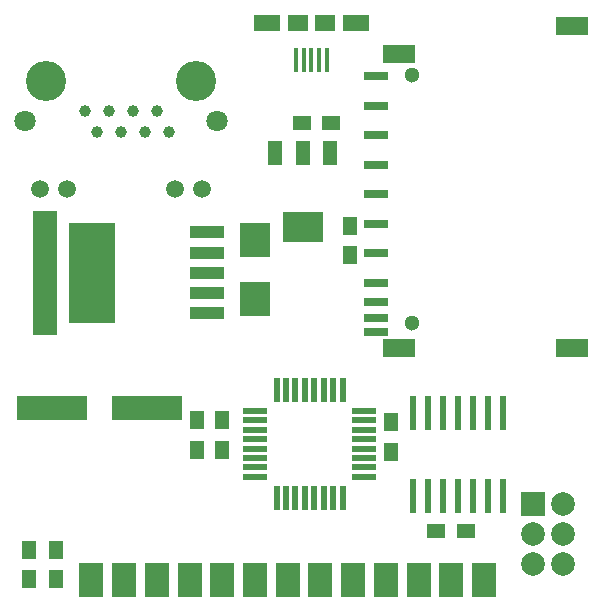
<source format=gts>
G04 #@! TF.FileFunction,Soldermask,Top*
%FSLAX46Y46*%
G04 Gerber Fmt 4.6, Leading zero omitted, Abs format (unit mm)*
G04 Created by KiCad (PCBNEW 4.0.2-stable) date 01/06/2016 17:52:26*
%MOMM*%
G01*
G04 APERTURE LIST*
%ADD10C,0.150000*%
%ADD11R,0.500000X3.000000*%
%ADD12C,1.800000*%
%ADD13C,3.400000*%
%ADD14C,1.500000*%
%ADD15C,1.000000*%
%ADD16R,1.250000X2.000000*%
%ADD17R,3.500000X2.500000*%
%ADD18R,2.000000X10.500000*%
%ADD19R,3.000000X1.000000*%
%ADD20R,4.000000X8.500000*%
%ADD21R,1.250000X1.500000*%
%ADD22R,2.500000X3.000000*%
%ADD23R,2.000000X0.700000*%
%ADD24C,1.300000*%
%ADD25R,2.800000X1.500000*%
%ADD26R,0.400000X2.000000*%
%ADD27R,1.800000X1.400000*%
%ADD28R,2.300000X1.400000*%
%ADD29R,2.000000X2.000000*%
%ADD30C,2.000000*%
%ADD31R,2.000000X3.000000*%
%ADD32R,1.500000X1.250000*%
%ADD33R,6.000000X2.000000*%
%ADD34R,2.000000X0.500000*%
%ADD35R,0.500000X2.000000*%
G04 APERTURE END LIST*
D10*
D11*
X84590000Y-126200000D03*
X85860000Y-126200000D03*
X87130000Y-126200000D03*
X88400000Y-126200000D03*
X89670000Y-126200000D03*
X90940000Y-126200000D03*
X92210000Y-126200000D03*
X92210000Y-119200000D03*
X90940000Y-119200000D03*
X89670000Y-119200000D03*
X88400000Y-119200000D03*
X87130000Y-119200000D03*
X85860000Y-119200000D03*
X84590000Y-119200000D03*
D12*
X67960000Y-94490000D03*
X51700000Y-94490000D03*
D13*
X66180000Y-91060000D03*
X53480000Y-91060000D03*
D14*
X52970000Y-100200000D03*
X66690000Y-100200000D03*
X64400000Y-100200000D03*
X55260000Y-100200000D03*
D15*
X56760000Y-93600000D03*
X58800000Y-93600000D03*
X60840000Y-93600000D03*
X62880000Y-93600000D03*
X57780000Y-95380000D03*
X59820000Y-95380000D03*
X61860000Y-95380000D03*
X63900000Y-95380000D03*
D16*
X75200000Y-97200000D03*
X72900000Y-97200000D03*
X77500000Y-97200000D03*
D17*
X75200000Y-103400000D03*
D18*
X53400000Y-107300000D03*
D19*
X67150000Y-107300000D03*
X67150000Y-105600000D03*
X67150000Y-103900000D03*
X67150000Y-109000000D03*
X67150000Y-110700000D03*
D20*
X57400000Y-107300000D03*
D21*
X52000000Y-133250000D03*
X52000000Y-130750000D03*
D22*
X71200000Y-109500000D03*
X71200000Y-104500000D03*
D21*
X54300000Y-133250000D03*
X54300000Y-130750000D03*
D23*
X81400000Y-112325000D03*
X81400000Y-111125000D03*
X81400000Y-109805000D03*
X81400000Y-108175000D03*
X81400000Y-105675000D03*
X81400000Y-103175000D03*
X81400000Y-100675000D03*
X81400000Y-98175000D03*
X81400000Y-95675000D03*
X81400000Y-93175000D03*
X81400000Y-90675000D03*
D24*
X84450000Y-111550000D03*
X84450000Y-90550000D03*
D25*
X83400000Y-113700000D03*
X98000000Y-113700000D03*
X98000000Y-86400000D03*
X83400000Y-88825000D03*
D26*
X75950000Y-89300000D03*
X75300000Y-89300000D03*
X76600000Y-89300000D03*
X77250000Y-89300000D03*
X74650000Y-89300000D03*
D27*
X74800000Y-86150000D03*
X77100000Y-86150000D03*
D28*
X72200000Y-86150000D03*
X79700000Y-86150000D03*
D29*
X94750000Y-126860000D03*
D30*
X97290000Y-126860000D03*
X94750000Y-129400000D03*
X97290000Y-129400000D03*
X94750000Y-131940000D03*
X97290000Y-131940000D03*
D31*
X57330000Y-133300000D03*
X60100000Y-133300000D03*
X62870000Y-133300000D03*
X65640000Y-133300000D03*
X68410000Y-133300000D03*
X71180000Y-133300000D03*
X73950000Y-133300000D03*
X76720000Y-133300000D03*
X79490000Y-133300000D03*
X82260000Y-133300000D03*
X85030000Y-133300000D03*
X87800000Y-133300000D03*
X90570000Y-133300000D03*
D32*
X75150000Y-94600000D03*
X77650000Y-94600000D03*
X86500000Y-129150000D03*
X89000000Y-129150000D03*
D21*
X79200000Y-103350000D03*
X79200000Y-105850000D03*
D33*
X62000000Y-118800000D03*
X54000000Y-118800000D03*
D21*
X66300000Y-122300000D03*
X66300000Y-119800000D03*
X68400000Y-119800000D03*
X68400000Y-122300000D03*
X82700000Y-119950000D03*
X82700000Y-122450000D03*
D34*
X80400000Y-124600000D03*
X80400000Y-123800000D03*
X80400000Y-123000000D03*
X80400000Y-122200000D03*
X80400000Y-121400000D03*
X80400000Y-120600000D03*
X80400000Y-119800000D03*
X80400000Y-119000000D03*
D35*
X78600000Y-117200000D03*
X77800000Y-117200000D03*
X77000000Y-117200000D03*
X76200000Y-117200000D03*
X75400000Y-117200000D03*
X74600000Y-117200000D03*
X73800000Y-117200000D03*
X73000000Y-117200000D03*
D34*
X71200000Y-119000000D03*
X71200000Y-119800000D03*
X71200000Y-120600000D03*
X71200000Y-121400000D03*
X71200000Y-122200000D03*
X71200000Y-123000000D03*
X71200000Y-123800000D03*
X71200000Y-124600000D03*
D35*
X73000000Y-126400000D03*
X73800000Y-126400000D03*
X74600000Y-126400000D03*
X75400000Y-126400000D03*
X76200000Y-126400000D03*
X77000000Y-126400000D03*
X77800000Y-126400000D03*
X78600000Y-126400000D03*
M02*

</source>
